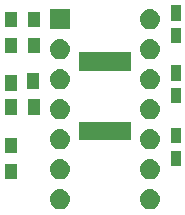
<source format=gbr>
G04 #@! TF.GenerationSoftware,KiCad,Pcbnew,(5.1.4)-1*
G04 #@! TF.CreationDate,2020-11-29T00:03:58+01:00*
G04 #@! TF.ProjectId,Delay Line,44656c61-7920-44c6-996e-652e6b696361,rev?*
G04 #@! TF.SameCoordinates,Original*
G04 #@! TF.FileFunction,Soldermask,Top*
G04 #@! TF.FilePolarity,Negative*
%FSLAX46Y46*%
G04 Gerber Fmt 4.6, Leading zero omitted, Abs format (unit mm)*
G04 Created by KiCad (PCBNEW (5.1.4)-1) date 2020-11-29 00:03:58*
%MOMM*%
%LPD*%
G04 APERTURE LIST*
%ADD10C,0.100000*%
G04 APERTURE END LIST*
D10*
G36*
X142279823Y-83184513D02*
G01*
X142440242Y-83233176D01*
X142572906Y-83304086D01*
X142588078Y-83312196D01*
X142717659Y-83418541D01*
X142824004Y-83548122D01*
X142824005Y-83548124D01*
X142903024Y-83695958D01*
X142951687Y-83856377D01*
X142968117Y-84023200D01*
X142951687Y-84190023D01*
X142903024Y-84350442D01*
X142832114Y-84483106D01*
X142824004Y-84498278D01*
X142717659Y-84627859D01*
X142588078Y-84734204D01*
X142588076Y-84734205D01*
X142440242Y-84813224D01*
X142279823Y-84861887D01*
X142154804Y-84874200D01*
X142071196Y-84874200D01*
X141946177Y-84861887D01*
X141785758Y-84813224D01*
X141637924Y-84734205D01*
X141637922Y-84734204D01*
X141508341Y-84627859D01*
X141401996Y-84498278D01*
X141393886Y-84483106D01*
X141322976Y-84350442D01*
X141274313Y-84190023D01*
X141257883Y-84023200D01*
X141274313Y-83856377D01*
X141322976Y-83695958D01*
X141401995Y-83548124D01*
X141401996Y-83548122D01*
X141508341Y-83418541D01*
X141637922Y-83312196D01*
X141653094Y-83304086D01*
X141785758Y-83233176D01*
X141946177Y-83184513D01*
X142071196Y-83172200D01*
X142154804Y-83172200D01*
X142279823Y-83184513D01*
X142279823Y-83184513D01*
G37*
G36*
X134659823Y-83184513D02*
G01*
X134820242Y-83233176D01*
X134952906Y-83304086D01*
X134968078Y-83312196D01*
X135097659Y-83418541D01*
X135204004Y-83548122D01*
X135204005Y-83548124D01*
X135283024Y-83695958D01*
X135331687Y-83856377D01*
X135348117Y-84023200D01*
X135331687Y-84190023D01*
X135283024Y-84350442D01*
X135212114Y-84483106D01*
X135204004Y-84498278D01*
X135097659Y-84627859D01*
X134968078Y-84734204D01*
X134968076Y-84734205D01*
X134820242Y-84813224D01*
X134659823Y-84861887D01*
X134534804Y-84874200D01*
X134451196Y-84874200D01*
X134326177Y-84861887D01*
X134165758Y-84813224D01*
X134017924Y-84734205D01*
X134017922Y-84734204D01*
X133888341Y-84627859D01*
X133781996Y-84498278D01*
X133773886Y-84483106D01*
X133702976Y-84350442D01*
X133654313Y-84190023D01*
X133637883Y-84023200D01*
X133654313Y-83856377D01*
X133702976Y-83695958D01*
X133781995Y-83548124D01*
X133781996Y-83548122D01*
X133888341Y-83418541D01*
X134017922Y-83312196D01*
X134033094Y-83304086D01*
X134165758Y-83233176D01*
X134326177Y-83184513D01*
X134451196Y-83172200D01*
X134534804Y-83172200D01*
X134659823Y-83184513D01*
X134659823Y-83184513D01*
G37*
G36*
X130892000Y-82345200D02*
G01*
X129890000Y-82345200D01*
X129890000Y-81043200D01*
X130892000Y-81043200D01*
X130892000Y-82345200D01*
X130892000Y-82345200D01*
G37*
G36*
X134659823Y-80644513D02*
G01*
X134820242Y-80693176D01*
X134952906Y-80764086D01*
X134968078Y-80772196D01*
X135097659Y-80878541D01*
X135204004Y-81008122D01*
X135204005Y-81008124D01*
X135283024Y-81155958D01*
X135331687Y-81316377D01*
X135348117Y-81483200D01*
X135331687Y-81650023D01*
X135283024Y-81810442D01*
X135212114Y-81943106D01*
X135204004Y-81958278D01*
X135097659Y-82087859D01*
X134968078Y-82194204D01*
X134968076Y-82194205D01*
X134820242Y-82273224D01*
X134659823Y-82321887D01*
X134534804Y-82334200D01*
X134451196Y-82334200D01*
X134326177Y-82321887D01*
X134165758Y-82273224D01*
X134017924Y-82194205D01*
X134017922Y-82194204D01*
X133888341Y-82087859D01*
X133781996Y-81958278D01*
X133773886Y-81943106D01*
X133702976Y-81810442D01*
X133654313Y-81650023D01*
X133637883Y-81483200D01*
X133654313Y-81316377D01*
X133702976Y-81155958D01*
X133781995Y-81008124D01*
X133781996Y-81008122D01*
X133888341Y-80878541D01*
X134017922Y-80772196D01*
X134033094Y-80764086D01*
X134165758Y-80693176D01*
X134326177Y-80644513D01*
X134451196Y-80632200D01*
X134534804Y-80632200D01*
X134659823Y-80644513D01*
X134659823Y-80644513D01*
G37*
G36*
X142279823Y-80644513D02*
G01*
X142440242Y-80693176D01*
X142572906Y-80764086D01*
X142588078Y-80772196D01*
X142717659Y-80878541D01*
X142824004Y-81008122D01*
X142824005Y-81008124D01*
X142903024Y-81155958D01*
X142951687Y-81316377D01*
X142968117Y-81483200D01*
X142951687Y-81650023D01*
X142903024Y-81810442D01*
X142832114Y-81943106D01*
X142824004Y-81958278D01*
X142717659Y-82087859D01*
X142588078Y-82194204D01*
X142588076Y-82194205D01*
X142440242Y-82273224D01*
X142279823Y-82321887D01*
X142154804Y-82334200D01*
X142071196Y-82334200D01*
X141946177Y-82321887D01*
X141785758Y-82273224D01*
X141637924Y-82194205D01*
X141637922Y-82194204D01*
X141508341Y-82087859D01*
X141401996Y-81958278D01*
X141393886Y-81943106D01*
X141322976Y-81810442D01*
X141274313Y-81650023D01*
X141257883Y-81483200D01*
X141274313Y-81316377D01*
X141322976Y-81155958D01*
X141401995Y-81008124D01*
X141401996Y-81008122D01*
X141508341Y-80878541D01*
X141637922Y-80772196D01*
X141653094Y-80764086D01*
X141785758Y-80693176D01*
X141946177Y-80644513D01*
X142071196Y-80632200D01*
X142154804Y-80632200D01*
X142279823Y-80644513D01*
X142279823Y-80644513D01*
G37*
G36*
X144723000Y-81204600D02*
G01*
X143871000Y-81204600D01*
X143871000Y-79902600D01*
X144723000Y-79902600D01*
X144723000Y-81204600D01*
X144723000Y-81204600D01*
G37*
G36*
X130866600Y-80145200D02*
G01*
X129864600Y-80145200D01*
X129864600Y-78843200D01*
X130866600Y-78843200D01*
X130866600Y-80145200D01*
X130866600Y-80145200D01*
G37*
G36*
X142279823Y-78104513D02*
G01*
X142440242Y-78153176D01*
X142572906Y-78224086D01*
X142588078Y-78232196D01*
X142717659Y-78338541D01*
X142824004Y-78468122D01*
X142824005Y-78468124D01*
X142903024Y-78615958D01*
X142951687Y-78776377D01*
X142968117Y-78943200D01*
X142951687Y-79110023D01*
X142903024Y-79270442D01*
X142884766Y-79304600D01*
X142824004Y-79418278D01*
X142717659Y-79547859D01*
X142588078Y-79654204D01*
X142588076Y-79654205D01*
X142440242Y-79733224D01*
X142279823Y-79781887D01*
X142154804Y-79794200D01*
X142071196Y-79794200D01*
X141946177Y-79781887D01*
X141785758Y-79733224D01*
X141637924Y-79654205D01*
X141637922Y-79654204D01*
X141508341Y-79547859D01*
X141401996Y-79418278D01*
X141341234Y-79304600D01*
X141322976Y-79270442D01*
X141274313Y-79110023D01*
X141257883Y-78943200D01*
X141274313Y-78776377D01*
X141322976Y-78615958D01*
X141401995Y-78468124D01*
X141401996Y-78468122D01*
X141508341Y-78338541D01*
X141637922Y-78232196D01*
X141653094Y-78224086D01*
X141785758Y-78153176D01*
X141946177Y-78104513D01*
X142071196Y-78092200D01*
X142154804Y-78092200D01*
X142279823Y-78104513D01*
X142279823Y-78104513D01*
G37*
G36*
X134659823Y-78104513D02*
G01*
X134820242Y-78153176D01*
X134952906Y-78224086D01*
X134968078Y-78232196D01*
X135097659Y-78338541D01*
X135204004Y-78468122D01*
X135204005Y-78468124D01*
X135283024Y-78615958D01*
X135331687Y-78776377D01*
X135348117Y-78943200D01*
X135331687Y-79110023D01*
X135283024Y-79270442D01*
X135264766Y-79304600D01*
X135204004Y-79418278D01*
X135097659Y-79547859D01*
X134968078Y-79654204D01*
X134968076Y-79654205D01*
X134820242Y-79733224D01*
X134659823Y-79781887D01*
X134534804Y-79794200D01*
X134451196Y-79794200D01*
X134326177Y-79781887D01*
X134165758Y-79733224D01*
X134017924Y-79654205D01*
X134017922Y-79654204D01*
X133888341Y-79547859D01*
X133781996Y-79418278D01*
X133721234Y-79304600D01*
X133702976Y-79270442D01*
X133654313Y-79110023D01*
X133637883Y-78943200D01*
X133654313Y-78776377D01*
X133702976Y-78615958D01*
X133781995Y-78468124D01*
X133781996Y-78468122D01*
X133888341Y-78338541D01*
X134017922Y-78232196D01*
X134033094Y-78224086D01*
X134165758Y-78153176D01*
X134326177Y-78104513D01*
X134451196Y-78092200D01*
X134534804Y-78092200D01*
X134659823Y-78104513D01*
X134659823Y-78104513D01*
G37*
G36*
X144723000Y-79304600D02*
G01*
X143871000Y-79304600D01*
X143871000Y-78002600D01*
X144723000Y-78002600D01*
X144723000Y-79304600D01*
X144723000Y-79304600D01*
G37*
G36*
X140554000Y-79037000D02*
G01*
X136102000Y-79037000D01*
X136102000Y-77485000D01*
X140554000Y-77485000D01*
X140554000Y-79037000D01*
X140554000Y-79037000D01*
G37*
G36*
X142279823Y-75564513D02*
G01*
X142440242Y-75613176D01*
X142572906Y-75684086D01*
X142588078Y-75692196D01*
X142717659Y-75798541D01*
X142824004Y-75928122D01*
X142824005Y-75928124D01*
X142903024Y-76075958D01*
X142951687Y-76236377D01*
X142968117Y-76403200D01*
X142951687Y-76570023D01*
X142903024Y-76730442D01*
X142832114Y-76863106D01*
X142824004Y-76878278D01*
X142717659Y-77007859D01*
X142588078Y-77114204D01*
X142588076Y-77114205D01*
X142440242Y-77193224D01*
X142279823Y-77241887D01*
X142154804Y-77254200D01*
X142071196Y-77254200D01*
X141946177Y-77241887D01*
X141785758Y-77193224D01*
X141637924Y-77114205D01*
X141637922Y-77114204D01*
X141508341Y-77007859D01*
X141401996Y-76878278D01*
X141393886Y-76863106D01*
X141322976Y-76730442D01*
X141274313Y-76570023D01*
X141257883Y-76403200D01*
X141274313Y-76236377D01*
X141322976Y-76075958D01*
X141401995Y-75928124D01*
X141401996Y-75928122D01*
X141508341Y-75798541D01*
X141637922Y-75692196D01*
X141653094Y-75684086D01*
X141785758Y-75613176D01*
X141946177Y-75564513D01*
X142071196Y-75552200D01*
X142154804Y-75552200D01*
X142279823Y-75564513D01*
X142279823Y-75564513D01*
G37*
G36*
X134659823Y-75564513D02*
G01*
X134820242Y-75613176D01*
X134952906Y-75684086D01*
X134968078Y-75692196D01*
X135097659Y-75798541D01*
X135204004Y-75928122D01*
X135204005Y-75928124D01*
X135283024Y-76075958D01*
X135331687Y-76236377D01*
X135348117Y-76403200D01*
X135331687Y-76570023D01*
X135283024Y-76730442D01*
X135212114Y-76863106D01*
X135204004Y-76878278D01*
X135097659Y-77007859D01*
X134968078Y-77114204D01*
X134968076Y-77114205D01*
X134820242Y-77193224D01*
X134659823Y-77241887D01*
X134534804Y-77254200D01*
X134451196Y-77254200D01*
X134326177Y-77241887D01*
X134165758Y-77193224D01*
X134017924Y-77114205D01*
X134017922Y-77114204D01*
X133888341Y-77007859D01*
X133781996Y-76878278D01*
X133773886Y-76863106D01*
X133702976Y-76730442D01*
X133654313Y-76570023D01*
X133637883Y-76403200D01*
X133654313Y-76236377D01*
X133702976Y-76075958D01*
X133781995Y-75928124D01*
X133781996Y-75928122D01*
X133888341Y-75798541D01*
X134017922Y-75692196D01*
X134033094Y-75684086D01*
X134165758Y-75613176D01*
X134326177Y-75564513D01*
X134451196Y-75552200D01*
X134534804Y-75552200D01*
X134659823Y-75564513D01*
X134659823Y-75564513D01*
G37*
G36*
X130892000Y-76871500D02*
G01*
X129890000Y-76871500D01*
X129890000Y-75569500D01*
X130892000Y-75569500D01*
X130892000Y-76871500D01*
X130892000Y-76871500D01*
G37*
G36*
X132784000Y-76866600D02*
G01*
X131782000Y-76866600D01*
X131782000Y-75564600D01*
X132784000Y-75564600D01*
X132784000Y-76866600D01*
X132784000Y-76866600D01*
G37*
G36*
X144723000Y-75896000D02*
G01*
X143871000Y-75896000D01*
X143871000Y-74594000D01*
X144723000Y-74594000D01*
X144723000Y-75896000D01*
X144723000Y-75896000D01*
G37*
G36*
X130853900Y-74844400D02*
G01*
X129851900Y-74844400D01*
X129851900Y-73542400D01*
X130853900Y-73542400D01*
X130853900Y-74844400D01*
X130853900Y-74844400D01*
G37*
G36*
X134659823Y-73024513D02*
G01*
X134820242Y-73073176D01*
X134939648Y-73137000D01*
X134968078Y-73152196D01*
X135097659Y-73258541D01*
X135204004Y-73388122D01*
X135204005Y-73388124D01*
X135283024Y-73535958D01*
X135331687Y-73696377D01*
X135348117Y-73863200D01*
X135331687Y-74030023D01*
X135283024Y-74190442D01*
X135212114Y-74323106D01*
X135204004Y-74338278D01*
X135097659Y-74467859D01*
X134968078Y-74574204D01*
X134968076Y-74574205D01*
X134820242Y-74653224D01*
X134659823Y-74701887D01*
X134534804Y-74714200D01*
X134451196Y-74714200D01*
X134326177Y-74701887D01*
X134165758Y-74653224D01*
X134017924Y-74574205D01*
X134017922Y-74574204D01*
X133888341Y-74467859D01*
X133781996Y-74338278D01*
X133773886Y-74323106D01*
X133702976Y-74190442D01*
X133654313Y-74030023D01*
X133637883Y-73863200D01*
X133654313Y-73696377D01*
X133702976Y-73535958D01*
X133781995Y-73388124D01*
X133781996Y-73388122D01*
X133888341Y-73258541D01*
X134017922Y-73152196D01*
X134046352Y-73137000D01*
X134165758Y-73073176D01*
X134326177Y-73024513D01*
X134451196Y-73012200D01*
X134534804Y-73012200D01*
X134659823Y-73024513D01*
X134659823Y-73024513D01*
G37*
G36*
X142279823Y-73024513D02*
G01*
X142440242Y-73073176D01*
X142559648Y-73137000D01*
X142588078Y-73152196D01*
X142717659Y-73258541D01*
X142824004Y-73388122D01*
X142824005Y-73388124D01*
X142903024Y-73535958D01*
X142951687Y-73696377D01*
X142968117Y-73863200D01*
X142951687Y-74030023D01*
X142903024Y-74190442D01*
X142832114Y-74323106D01*
X142824004Y-74338278D01*
X142717659Y-74467859D01*
X142588078Y-74574204D01*
X142588076Y-74574205D01*
X142440242Y-74653224D01*
X142279823Y-74701887D01*
X142154804Y-74714200D01*
X142071196Y-74714200D01*
X141946177Y-74701887D01*
X141785758Y-74653224D01*
X141637924Y-74574205D01*
X141637922Y-74574204D01*
X141508341Y-74467859D01*
X141401996Y-74338278D01*
X141393886Y-74323106D01*
X141322976Y-74190442D01*
X141274313Y-74030023D01*
X141257883Y-73863200D01*
X141274313Y-73696377D01*
X141322976Y-73535958D01*
X141401995Y-73388124D01*
X141401996Y-73388122D01*
X141508341Y-73258541D01*
X141637922Y-73152196D01*
X141666352Y-73137000D01*
X141785758Y-73073176D01*
X141946177Y-73024513D01*
X142071196Y-73012200D01*
X142154804Y-73012200D01*
X142279823Y-73024513D01*
X142279823Y-73024513D01*
G37*
G36*
X132707800Y-74666600D02*
G01*
X131705800Y-74666600D01*
X131705800Y-73364600D01*
X132707800Y-73364600D01*
X132707800Y-74666600D01*
X132707800Y-74666600D01*
G37*
G36*
X144723000Y-73996000D02*
G01*
X143871000Y-73996000D01*
X143871000Y-72694000D01*
X144723000Y-72694000D01*
X144723000Y-73996000D01*
X144723000Y-73996000D01*
G37*
G36*
X140554000Y-73137000D02*
G01*
X136102000Y-73137000D01*
X136102000Y-71585000D01*
X140554000Y-71585000D01*
X140554000Y-73137000D01*
X140554000Y-73137000D01*
G37*
G36*
X142279823Y-70484513D02*
G01*
X142440242Y-70533176D01*
X142572906Y-70604086D01*
X142588078Y-70612196D01*
X142717659Y-70718541D01*
X142824004Y-70848122D01*
X142824005Y-70848124D01*
X142903024Y-70995958D01*
X142951687Y-71156377D01*
X142968117Y-71323200D01*
X142951687Y-71490023D01*
X142903024Y-71650442D01*
X142832114Y-71783106D01*
X142824004Y-71798278D01*
X142717659Y-71927859D01*
X142588078Y-72034204D01*
X142588076Y-72034205D01*
X142440242Y-72113224D01*
X142279823Y-72161887D01*
X142154804Y-72174200D01*
X142071196Y-72174200D01*
X141946177Y-72161887D01*
X141785758Y-72113224D01*
X141637924Y-72034205D01*
X141637922Y-72034204D01*
X141508341Y-71927859D01*
X141401996Y-71798278D01*
X141393886Y-71783106D01*
X141322976Y-71650442D01*
X141274313Y-71490023D01*
X141257883Y-71323200D01*
X141274313Y-71156377D01*
X141322976Y-70995958D01*
X141401995Y-70848124D01*
X141401996Y-70848122D01*
X141508341Y-70718541D01*
X141637922Y-70612196D01*
X141653094Y-70604086D01*
X141785758Y-70533176D01*
X141946177Y-70484513D01*
X142071196Y-70472200D01*
X142154804Y-70472200D01*
X142279823Y-70484513D01*
X142279823Y-70484513D01*
G37*
G36*
X134659823Y-70484513D02*
G01*
X134820242Y-70533176D01*
X134952906Y-70604086D01*
X134968078Y-70612196D01*
X135097659Y-70718541D01*
X135204004Y-70848122D01*
X135204005Y-70848124D01*
X135283024Y-70995958D01*
X135331687Y-71156377D01*
X135348117Y-71323200D01*
X135331687Y-71490023D01*
X135283024Y-71650442D01*
X135212114Y-71783106D01*
X135204004Y-71798278D01*
X135097659Y-71927859D01*
X134968078Y-72034204D01*
X134968076Y-72034205D01*
X134820242Y-72113224D01*
X134659823Y-72161887D01*
X134534804Y-72174200D01*
X134451196Y-72174200D01*
X134326177Y-72161887D01*
X134165758Y-72113224D01*
X134017924Y-72034205D01*
X134017922Y-72034204D01*
X133888341Y-71927859D01*
X133781996Y-71798278D01*
X133773886Y-71783106D01*
X133702976Y-71650442D01*
X133654313Y-71490023D01*
X133637883Y-71323200D01*
X133654313Y-71156377D01*
X133702976Y-70995958D01*
X133781995Y-70848124D01*
X133781996Y-70848122D01*
X133888341Y-70718541D01*
X134017922Y-70612196D01*
X134033094Y-70604086D01*
X134165758Y-70533176D01*
X134326177Y-70484513D01*
X134451196Y-70472200D01*
X134534804Y-70472200D01*
X134659823Y-70484513D01*
X134659823Y-70484513D01*
G37*
G36*
X132784000Y-71659600D02*
G01*
X131782000Y-71659600D01*
X131782000Y-70357600D01*
X132784000Y-70357600D01*
X132784000Y-71659600D01*
X132784000Y-71659600D01*
G37*
G36*
X130892000Y-71634200D02*
G01*
X129890000Y-71634200D01*
X129890000Y-70332200D01*
X130892000Y-70332200D01*
X130892000Y-71634200D01*
X130892000Y-71634200D01*
G37*
G36*
X144723000Y-70800800D02*
G01*
X143871000Y-70800800D01*
X143871000Y-69498800D01*
X144723000Y-69498800D01*
X144723000Y-70800800D01*
X144723000Y-70800800D01*
G37*
G36*
X142279823Y-67944513D02*
G01*
X142440242Y-67993176D01*
X142572906Y-68064086D01*
X142588078Y-68072196D01*
X142717659Y-68178541D01*
X142824004Y-68308122D01*
X142824005Y-68308124D01*
X142903024Y-68455958D01*
X142951687Y-68616377D01*
X142968117Y-68783200D01*
X142951687Y-68950023D01*
X142903024Y-69110442D01*
X142832114Y-69243106D01*
X142824004Y-69258278D01*
X142717659Y-69387859D01*
X142588078Y-69494204D01*
X142588076Y-69494205D01*
X142440242Y-69573224D01*
X142279823Y-69621887D01*
X142154804Y-69634200D01*
X142071196Y-69634200D01*
X141946177Y-69621887D01*
X141785758Y-69573224D01*
X141637924Y-69494205D01*
X141637922Y-69494204D01*
X141508341Y-69387859D01*
X141401996Y-69258278D01*
X141393886Y-69243106D01*
X141322976Y-69110442D01*
X141274313Y-68950023D01*
X141257883Y-68783200D01*
X141274313Y-68616377D01*
X141322976Y-68455958D01*
X141401995Y-68308124D01*
X141401996Y-68308122D01*
X141508341Y-68178541D01*
X141637922Y-68072196D01*
X141653094Y-68064086D01*
X141785758Y-67993176D01*
X141946177Y-67944513D01*
X142071196Y-67932200D01*
X142154804Y-67932200D01*
X142279823Y-67944513D01*
X142279823Y-67944513D01*
G37*
G36*
X135344000Y-69634200D02*
G01*
X133642000Y-69634200D01*
X133642000Y-67932200D01*
X135344000Y-67932200D01*
X135344000Y-69634200D01*
X135344000Y-69634200D01*
G37*
G36*
X132784000Y-69434200D02*
G01*
X131782000Y-69434200D01*
X131782000Y-68132200D01*
X132784000Y-68132200D01*
X132784000Y-69434200D01*
X132784000Y-69434200D01*
G37*
G36*
X130892000Y-69434200D02*
G01*
X129890000Y-69434200D01*
X129890000Y-68132200D01*
X130892000Y-68132200D01*
X130892000Y-69434200D01*
X130892000Y-69434200D01*
G37*
G36*
X144723000Y-68900800D02*
G01*
X143871000Y-68900800D01*
X143871000Y-67598800D01*
X144723000Y-67598800D01*
X144723000Y-68900800D01*
X144723000Y-68900800D01*
G37*
M02*

</source>
